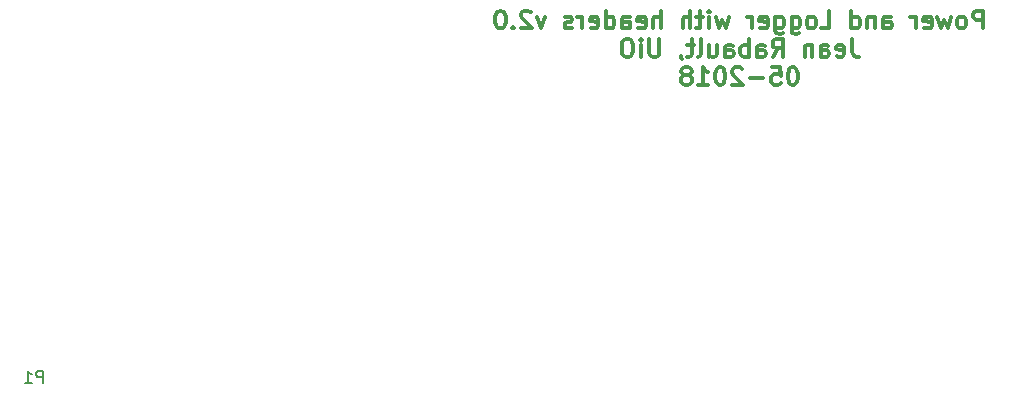
<source format=gbo>
G04 #@! TF.FileFunction,Legend,Bot*
%FSLAX46Y46*%
G04 Gerber Fmt 4.6, Leading zero omitted, Abs format (unit mm)*
G04 Created by KiCad (PCBNEW 4.0.2+dfsg1-stable) date ma. 28. mai 2018 kl. 15.54 +0200*
%MOMM*%
G01*
G04 APERTURE LIST*
%ADD10C,0.100000*%
%ADD11C,0.300000*%
%ADD12C,0.150000*%
G04 APERTURE END LIST*
D10*
D11*
X255482142Y-110153571D02*
X255482142Y-108653571D01*
X254910714Y-108653571D01*
X254767856Y-108725000D01*
X254696428Y-108796429D01*
X254624999Y-108939286D01*
X254624999Y-109153571D01*
X254696428Y-109296429D01*
X254767856Y-109367857D01*
X254910714Y-109439286D01*
X255482142Y-109439286D01*
X253767856Y-110153571D02*
X253910714Y-110082143D01*
X253982142Y-110010714D01*
X254053571Y-109867857D01*
X254053571Y-109439286D01*
X253982142Y-109296429D01*
X253910714Y-109225000D01*
X253767856Y-109153571D01*
X253553571Y-109153571D01*
X253410714Y-109225000D01*
X253339285Y-109296429D01*
X253267856Y-109439286D01*
X253267856Y-109867857D01*
X253339285Y-110010714D01*
X253410714Y-110082143D01*
X253553571Y-110153571D01*
X253767856Y-110153571D01*
X252767856Y-109153571D02*
X252482142Y-110153571D01*
X252196428Y-109439286D01*
X251910713Y-110153571D01*
X251624999Y-109153571D01*
X250482142Y-110082143D02*
X250624999Y-110153571D01*
X250910713Y-110153571D01*
X251053570Y-110082143D01*
X251124999Y-109939286D01*
X251124999Y-109367857D01*
X251053570Y-109225000D01*
X250910713Y-109153571D01*
X250624999Y-109153571D01*
X250482142Y-109225000D01*
X250410713Y-109367857D01*
X250410713Y-109510714D01*
X251124999Y-109653571D01*
X249767856Y-110153571D02*
X249767856Y-109153571D01*
X249767856Y-109439286D02*
X249696428Y-109296429D01*
X249624999Y-109225000D01*
X249482142Y-109153571D01*
X249339285Y-109153571D01*
X247053571Y-110153571D02*
X247053571Y-109367857D01*
X247125000Y-109225000D01*
X247267857Y-109153571D01*
X247553571Y-109153571D01*
X247696428Y-109225000D01*
X247053571Y-110082143D02*
X247196428Y-110153571D01*
X247553571Y-110153571D01*
X247696428Y-110082143D01*
X247767857Y-109939286D01*
X247767857Y-109796429D01*
X247696428Y-109653571D01*
X247553571Y-109582143D01*
X247196428Y-109582143D01*
X247053571Y-109510714D01*
X246339285Y-109153571D02*
X246339285Y-110153571D01*
X246339285Y-109296429D02*
X246267857Y-109225000D01*
X246124999Y-109153571D01*
X245910714Y-109153571D01*
X245767857Y-109225000D01*
X245696428Y-109367857D01*
X245696428Y-110153571D01*
X244339285Y-110153571D02*
X244339285Y-108653571D01*
X244339285Y-110082143D02*
X244482142Y-110153571D01*
X244767856Y-110153571D01*
X244910714Y-110082143D01*
X244982142Y-110010714D01*
X245053571Y-109867857D01*
X245053571Y-109439286D01*
X244982142Y-109296429D01*
X244910714Y-109225000D01*
X244767856Y-109153571D01*
X244482142Y-109153571D01*
X244339285Y-109225000D01*
X241767856Y-110153571D02*
X242482142Y-110153571D01*
X242482142Y-108653571D01*
X241053570Y-110153571D02*
X241196428Y-110082143D01*
X241267856Y-110010714D01*
X241339285Y-109867857D01*
X241339285Y-109439286D01*
X241267856Y-109296429D01*
X241196428Y-109225000D01*
X241053570Y-109153571D01*
X240839285Y-109153571D01*
X240696428Y-109225000D01*
X240624999Y-109296429D01*
X240553570Y-109439286D01*
X240553570Y-109867857D01*
X240624999Y-110010714D01*
X240696428Y-110082143D01*
X240839285Y-110153571D01*
X241053570Y-110153571D01*
X239267856Y-109153571D02*
X239267856Y-110367857D01*
X239339285Y-110510714D01*
X239410713Y-110582143D01*
X239553570Y-110653571D01*
X239767856Y-110653571D01*
X239910713Y-110582143D01*
X239267856Y-110082143D02*
X239410713Y-110153571D01*
X239696427Y-110153571D01*
X239839285Y-110082143D01*
X239910713Y-110010714D01*
X239982142Y-109867857D01*
X239982142Y-109439286D01*
X239910713Y-109296429D01*
X239839285Y-109225000D01*
X239696427Y-109153571D01*
X239410713Y-109153571D01*
X239267856Y-109225000D01*
X237910713Y-109153571D02*
X237910713Y-110367857D01*
X237982142Y-110510714D01*
X238053570Y-110582143D01*
X238196427Y-110653571D01*
X238410713Y-110653571D01*
X238553570Y-110582143D01*
X237910713Y-110082143D02*
X238053570Y-110153571D01*
X238339284Y-110153571D01*
X238482142Y-110082143D01*
X238553570Y-110010714D01*
X238624999Y-109867857D01*
X238624999Y-109439286D01*
X238553570Y-109296429D01*
X238482142Y-109225000D01*
X238339284Y-109153571D01*
X238053570Y-109153571D01*
X237910713Y-109225000D01*
X236624999Y-110082143D02*
X236767856Y-110153571D01*
X237053570Y-110153571D01*
X237196427Y-110082143D01*
X237267856Y-109939286D01*
X237267856Y-109367857D01*
X237196427Y-109225000D01*
X237053570Y-109153571D01*
X236767856Y-109153571D01*
X236624999Y-109225000D01*
X236553570Y-109367857D01*
X236553570Y-109510714D01*
X237267856Y-109653571D01*
X235910713Y-110153571D02*
X235910713Y-109153571D01*
X235910713Y-109439286D02*
X235839285Y-109296429D01*
X235767856Y-109225000D01*
X235624999Y-109153571D01*
X235482142Y-109153571D01*
X233982142Y-109153571D02*
X233696428Y-110153571D01*
X233410714Y-109439286D01*
X233124999Y-110153571D01*
X232839285Y-109153571D01*
X232267856Y-110153571D02*
X232267856Y-109153571D01*
X232267856Y-108653571D02*
X232339285Y-108725000D01*
X232267856Y-108796429D01*
X232196428Y-108725000D01*
X232267856Y-108653571D01*
X232267856Y-108796429D01*
X231767856Y-109153571D02*
X231196427Y-109153571D01*
X231553570Y-108653571D02*
X231553570Y-109939286D01*
X231482142Y-110082143D01*
X231339284Y-110153571D01*
X231196427Y-110153571D01*
X230696427Y-110153571D02*
X230696427Y-108653571D01*
X230053570Y-110153571D02*
X230053570Y-109367857D01*
X230124999Y-109225000D01*
X230267856Y-109153571D01*
X230482141Y-109153571D01*
X230624999Y-109225000D01*
X230696427Y-109296429D01*
X228196427Y-110153571D02*
X228196427Y-108653571D01*
X227553570Y-110153571D02*
X227553570Y-109367857D01*
X227624999Y-109225000D01*
X227767856Y-109153571D01*
X227982141Y-109153571D01*
X228124999Y-109225000D01*
X228196427Y-109296429D01*
X226267856Y-110082143D02*
X226410713Y-110153571D01*
X226696427Y-110153571D01*
X226839284Y-110082143D01*
X226910713Y-109939286D01*
X226910713Y-109367857D01*
X226839284Y-109225000D01*
X226696427Y-109153571D01*
X226410713Y-109153571D01*
X226267856Y-109225000D01*
X226196427Y-109367857D01*
X226196427Y-109510714D01*
X226910713Y-109653571D01*
X224910713Y-110153571D02*
X224910713Y-109367857D01*
X224982142Y-109225000D01*
X225124999Y-109153571D01*
X225410713Y-109153571D01*
X225553570Y-109225000D01*
X224910713Y-110082143D02*
X225053570Y-110153571D01*
X225410713Y-110153571D01*
X225553570Y-110082143D01*
X225624999Y-109939286D01*
X225624999Y-109796429D01*
X225553570Y-109653571D01*
X225410713Y-109582143D01*
X225053570Y-109582143D01*
X224910713Y-109510714D01*
X223553570Y-110153571D02*
X223553570Y-108653571D01*
X223553570Y-110082143D02*
X223696427Y-110153571D01*
X223982141Y-110153571D01*
X224124999Y-110082143D01*
X224196427Y-110010714D01*
X224267856Y-109867857D01*
X224267856Y-109439286D01*
X224196427Y-109296429D01*
X224124999Y-109225000D01*
X223982141Y-109153571D01*
X223696427Y-109153571D01*
X223553570Y-109225000D01*
X222267856Y-110082143D02*
X222410713Y-110153571D01*
X222696427Y-110153571D01*
X222839284Y-110082143D01*
X222910713Y-109939286D01*
X222910713Y-109367857D01*
X222839284Y-109225000D01*
X222696427Y-109153571D01*
X222410713Y-109153571D01*
X222267856Y-109225000D01*
X222196427Y-109367857D01*
X222196427Y-109510714D01*
X222910713Y-109653571D01*
X221553570Y-110153571D02*
X221553570Y-109153571D01*
X221553570Y-109439286D02*
X221482142Y-109296429D01*
X221410713Y-109225000D01*
X221267856Y-109153571D01*
X221124999Y-109153571D01*
X220696428Y-110082143D02*
X220553571Y-110153571D01*
X220267856Y-110153571D01*
X220124999Y-110082143D01*
X220053571Y-109939286D01*
X220053571Y-109867857D01*
X220124999Y-109725000D01*
X220267856Y-109653571D01*
X220482142Y-109653571D01*
X220624999Y-109582143D01*
X220696428Y-109439286D01*
X220696428Y-109367857D01*
X220624999Y-109225000D01*
X220482142Y-109153571D01*
X220267856Y-109153571D01*
X220124999Y-109225000D01*
X218410713Y-109153571D02*
X218053570Y-110153571D01*
X217696428Y-109153571D01*
X217196428Y-108796429D02*
X217124999Y-108725000D01*
X216982142Y-108653571D01*
X216624999Y-108653571D01*
X216482142Y-108725000D01*
X216410713Y-108796429D01*
X216339285Y-108939286D01*
X216339285Y-109082143D01*
X216410713Y-109296429D01*
X217267856Y-110153571D01*
X216339285Y-110153571D01*
X215696428Y-110010714D02*
X215625000Y-110082143D01*
X215696428Y-110153571D01*
X215767857Y-110082143D01*
X215696428Y-110010714D01*
X215696428Y-110153571D01*
X214696428Y-108653571D02*
X214553571Y-108653571D01*
X214410714Y-108725000D01*
X214339285Y-108796429D01*
X214267856Y-108939286D01*
X214196428Y-109225000D01*
X214196428Y-109582143D01*
X214267856Y-109867857D01*
X214339285Y-110010714D01*
X214410714Y-110082143D01*
X214553571Y-110153571D01*
X214696428Y-110153571D01*
X214839285Y-110082143D01*
X214910714Y-110010714D01*
X214982142Y-109867857D01*
X215053571Y-109582143D01*
X215053571Y-109225000D01*
X214982142Y-108939286D01*
X214910714Y-108796429D01*
X214839285Y-108725000D01*
X214696428Y-108653571D01*
X244375001Y-111053571D02*
X244375001Y-112125000D01*
X244446429Y-112339286D01*
X244589286Y-112482143D01*
X244803572Y-112553571D01*
X244946429Y-112553571D01*
X243089287Y-112482143D02*
X243232144Y-112553571D01*
X243517858Y-112553571D01*
X243660715Y-112482143D01*
X243732144Y-112339286D01*
X243732144Y-111767857D01*
X243660715Y-111625000D01*
X243517858Y-111553571D01*
X243232144Y-111553571D01*
X243089287Y-111625000D01*
X243017858Y-111767857D01*
X243017858Y-111910714D01*
X243732144Y-112053571D01*
X241732144Y-112553571D02*
X241732144Y-111767857D01*
X241803573Y-111625000D01*
X241946430Y-111553571D01*
X242232144Y-111553571D01*
X242375001Y-111625000D01*
X241732144Y-112482143D02*
X241875001Y-112553571D01*
X242232144Y-112553571D01*
X242375001Y-112482143D01*
X242446430Y-112339286D01*
X242446430Y-112196429D01*
X242375001Y-112053571D01*
X242232144Y-111982143D01*
X241875001Y-111982143D01*
X241732144Y-111910714D01*
X241017858Y-111553571D02*
X241017858Y-112553571D01*
X241017858Y-111696429D02*
X240946430Y-111625000D01*
X240803572Y-111553571D01*
X240589287Y-111553571D01*
X240446430Y-111625000D01*
X240375001Y-111767857D01*
X240375001Y-112553571D01*
X237660715Y-112553571D02*
X238160715Y-111839286D01*
X238517858Y-112553571D02*
X238517858Y-111053571D01*
X237946430Y-111053571D01*
X237803572Y-111125000D01*
X237732144Y-111196429D01*
X237660715Y-111339286D01*
X237660715Y-111553571D01*
X237732144Y-111696429D01*
X237803572Y-111767857D01*
X237946430Y-111839286D01*
X238517858Y-111839286D01*
X236375001Y-112553571D02*
X236375001Y-111767857D01*
X236446430Y-111625000D01*
X236589287Y-111553571D01*
X236875001Y-111553571D01*
X237017858Y-111625000D01*
X236375001Y-112482143D02*
X236517858Y-112553571D01*
X236875001Y-112553571D01*
X237017858Y-112482143D01*
X237089287Y-112339286D01*
X237089287Y-112196429D01*
X237017858Y-112053571D01*
X236875001Y-111982143D01*
X236517858Y-111982143D01*
X236375001Y-111910714D01*
X235660715Y-112553571D02*
X235660715Y-111053571D01*
X235660715Y-111625000D02*
X235517858Y-111553571D01*
X235232144Y-111553571D01*
X235089287Y-111625000D01*
X235017858Y-111696429D01*
X234946429Y-111839286D01*
X234946429Y-112267857D01*
X235017858Y-112410714D01*
X235089287Y-112482143D01*
X235232144Y-112553571D01*
X235517858Y-112553571D01*
X235660715Y-112482143D01*
X233660715Y-112553571D02*
X233660715Y-111767857D01*
X233732144Y-111625000D01*
X233875001Y-111553571D01*
X234160715Y-111553571D01*
X234303572Y-111625000D01*
X233660715Y-112482143D02*
X233803572Y-112553571D01*
X234160715Y-112553571D01*
X234303572Y-112482143D01*
X234375001Y-112339286D01*
X234375001Y-112196429D01*
X234303572Y-112053571D01*
X234160715Y-111982143D01*
X233803572Y-111982143D01*
X233660715Y-111910714D01*
X232303572Y-111553571D02*
X232303572Y-112553571D01*
X232946429Y-111553571D02*
X232946429Y-112339286D01*
X232875001Y-112482143D01*
X232732143Y-112553571D01*
X232517858Y-112553571D01*
X232375001Y-112482143D01*
X232303572Y-112410714D01*
X231375000Y-112553571D02*
X231517858Y-112482143D01*
X231589286Y-112339286D01*
X231589286Y-111053571D01*
X231017858Y-111553571D02*
X230446429Y-111553571D01*
X230803572Y-111053571D02*
X230803572Y-112339286D01*
X230732144Y-112482143D01*
X230589286Y-112553571D01*
X230446429Y-112553571D01*
X229875001Y-112482143D02*
X229875001Y-112553571D01*
X229946429Y-112696429D01*
X230017858Y-112767857D01*
X228089286Y-111053571D02*
X228089286Y-112267857D01*
X228017858Y-112410714D01*
X227946429Y-112482143D01*
X227803572Y-112553571D01*
X227517858Y-112553571D01*
X227375000Y-112482143D01*
X227303572Y-112410714D01*
X227232143Y-112267857D01*
X227232143Y-111053571D01*
X226517857Y-112553571D02*
X226517857Y-111553571D01*
X226517857Y-111053571D02*
X226589286Y-111125000D01*
X226517857Y-111196429D01*
X226446429Y-111125000D01*
X226517857Y-111053571D01*
X226517857Y-111196429D01*
X225517857Y-111053571D02*
X225232143Y-111053571D01*
X225089285Y-111125000D01*
X224946428Y-111267857D01*
X224875000Y-111553571D01*
X224875000Y-112053571D01*
X224946428Y-112339286D01*
X225089285Y-112482143D01*
X225232143Y-112553571D01*
X225517857Y-112553571D01*
X225660714Y-112482143D01*
X225803571Y-112339286D01*
X225875000Y-112053571D01*
X225875000Y-111553571D01*
X225803571Y-111267857D01*
X225660714Y-111125000D01*
X225517857Y-111053571D01*
X239446427Y-113453571D02*
X239303570Y-113453571D01*
X239160713Y-113525000D01*
X239089284Y-113596429D01*
X239017855Y-113739286D01*
X238946427Y-114025000D01*
X238946427Y-114382143D01*
X239017855Y-114667857D01*
X239089284Y-114810714D01*
X239160713Y-114882143D01*
X239303570Y-114953571D01*
X239446427Y-114953571D01*
X239589284Y-114882143D01*
X239660713Y-114810714D01*
X239732141Y-114667857D01*
X239803570Y-114382143D01*
X239803570Y-114025000D01*
X239732141Y-113739286D01*
X239660713Y-113596429D01*
X239589284Y-113525000D01*
X239446427Y-113453571D01*
X237589284Y-113453571D02*
X238303570Y-113453571D01*
X238374999Y-114167857D01*
X238303570Y-114096429D01*
X238160713Y-114025000D01*
X237803570Y-114025000D01*
X237660713Y-114096429D01*
X237589284Y-114167857D01*
X237517856Y-114310714D01*
X237517856Y-114667857D01*
X237589284Y-114810714D01*
X237660713Y-114882143D01*
X237803570Y-114953571D01*
X238160713Y-114953571D01*
X238303570Y-114882143D01*
X238374999Y-114810714D01*
X236874999Y-114382143D02*
X235732142Y-114382143D01*
X235089285Y-113596429D02*
X235017856Y-113525000D01*
X234874999Y-113453571D01*
X234517856Y-113453571D01*
X234374999Y-113525000D01*
X234303570Y-113596429D01*
X234232142Y-113739286D01*
X234232142Y-113882143D01*
X234303570Y-114096429D01*
X235160713Y-114953571D01*
X234232142Y-114953571D01*
X233303571Y-113453571D02*
X233160714Y-113453571D01*
X233017857Y-113525000D01*
X232946428Y-113596429D01*
X232874999Y-113739286D01*
X232803571Y-114025000D01*
X232803571Y-114382143D01*
X232874999Y-114667857D01*
X232946428Y-114810714D01*
X233017857Y-114882143D01*
X233160714Y-114953571D01*
X233303571Y-114953571D01*
X233446428Y-114882143D01*
X233517857Y-114810714D01*
X233589285Y-114667857D01*
X233660714Y-114382143D01*
X233660714Y-114025000D01*
X233589285Y-113739286D01*
X233517857Y-113596429D01*
X233446428Y-113525000D01*
X233303571Y-113453571D01*
X231375000Y-114953571D02*
X232232143Y-114953571D01*
X231803571Y-114953571D02*
X231803571Y-113453571D01*
X231946428Y-113667857D01*
X232089286Y-113810714D01*
X232232143Y-113882143D01*
X230517857Y-114096429D02*
X230660715Y-114025000D01*
X230732143Y-113953571D01*
X230803572Y-113810714D01*
X230803572Y-113739286D01*
X230732143Y-113596429D01*
X230660715Y-113525000D01*
X230517857Y-113453571D01*
X230232143Y-113453571D01*
X230089286Y-113525000D01*
X230017857Y-113596429D01*
X229946429Y-113739286D01*
X229946429Y-113810714D01*
X230017857Y-113953571D01*
X230089286Y-114025000D01*
X230232143Y-114096429D01*
X230517857Y-114096429D01*
X230660715Y-114167857D01*
X230732143Y-114239286D01*
X230803572Y-114382143D01*
X230803572Y-114667857D01*
X230732143Y-114810714D01*
X230660715Y-114882143D01*
X230517857Y-114953571D01*
X230232143Y-114953571D01*
X230089286Y-114882143D01*
X230017857Y-114810714D01*
X229946429Y-114667857D01*
X229946429Y-114382143D01*
X230017857Y-114239286D01*
X230089286Y-114167857D01*
X230232143Y-114096429D01*
D12*
X175886695Y-140155581D02*
X175886695Y-139155581D01*
X175505742Y-139155581D01*
X175410504Y-139203200D01*
X175362885Y-139250819D01*
X175315266Y-139346057D01*
X175315266Y-139488914D01*
X175362885Y-139584152D01*
X175410504Y-139631771D01*
X175505742Y-139679390D01*
X175886695Y-139679390D01*
X174362885Y-140155581D02*
X174934314Y-140155581D01*
X174648600Y-140155581D02*
X174648600Y-139155581D01*
X174743838Y-139298438D01*
X174839076Y-139393676D01*
X174934314Y-139441295D01*
M02*

</source>
